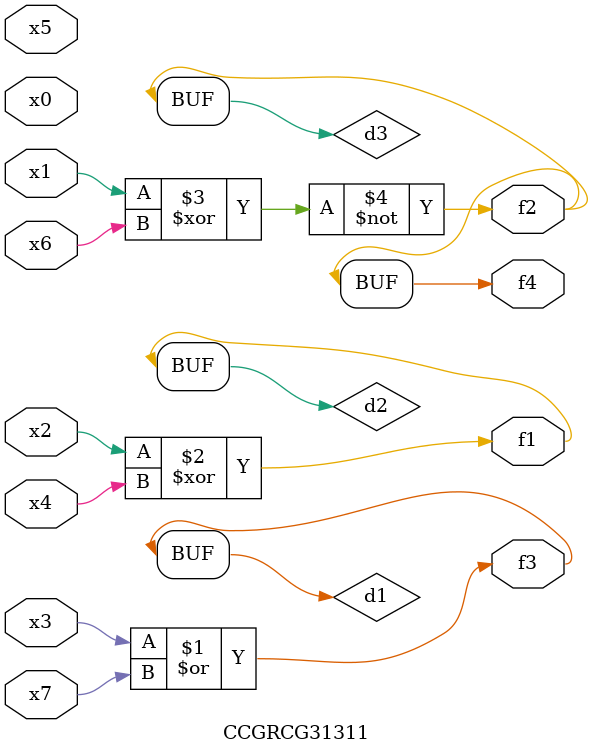
<source format=v>
module CCGRCG31311(
	input x0, x1, x2, x3, x4, x5, x6, x7,
	output f1, f2, f3, f4
);

	wire d1, d2, d3;

	or (d1, x3, x7);
	xor (d2, x2, x4);
	xnor (d3, x1, x6);
	assign f1 = d2;
	assign f2 = d3;
	assign f3 = d1;
	assign f4 = d3;
endmodule

</source>
